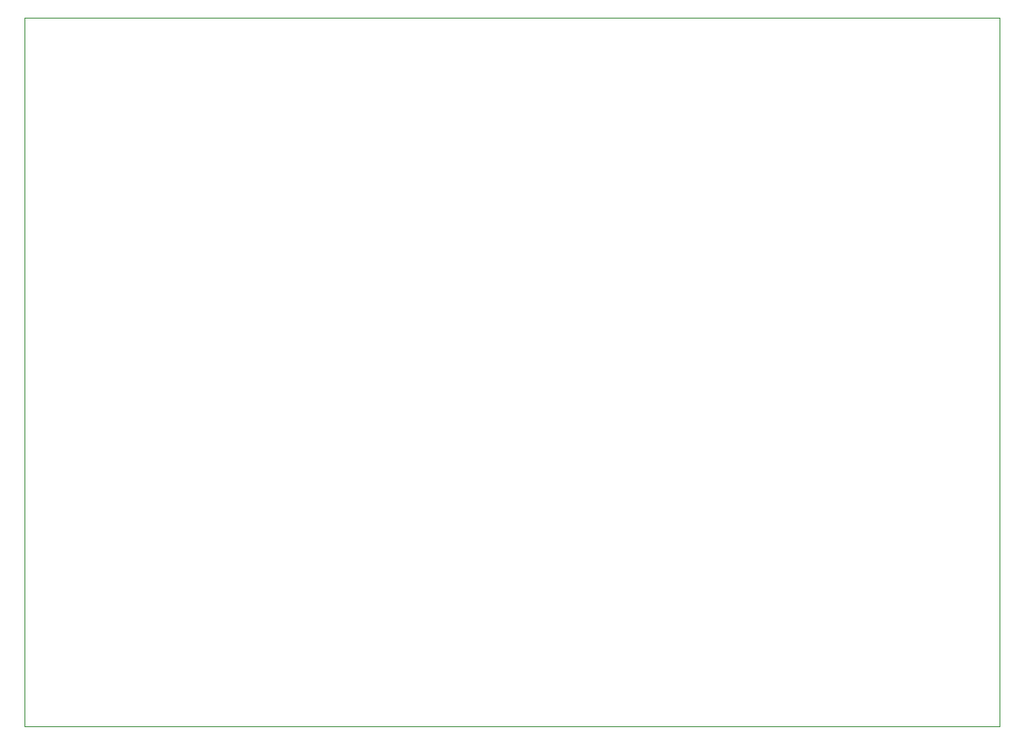
<source format=gbr>
%TF.GenerationSoftware,KiCad,Pcbnew,(5.1.12)-1*%
%TF.CreationDate,2022-03-07T22:11:42-06:00*%
%TF.ProjectId,PoE_Stepper_Driver,506f455f-5374-4657-9070-65725f447269,rev?*%
%TF.SameCoordinates,Original*%
%TF.FileFunction,Profile,NP*%
%FSLAX46Y46*%
G04 Gerber Fmt 4.6, Leading zero omitted, Abs format (unit mm)*
G04 Created by KiCad (PCBNEW (5.1.12)-1) date 2022-03-07 22:11:42*
%MOMM*%
%LPD*%
G01*
G04 APERTURE LIST*
%TA.AperFunction,Profile*%
%ADD10C,0.050000*%
%TD*%
G04 APERTURE END LIST*
D10*
X93726000Y-128905000D02*
X191516000Y-128905000D01*
X191516000Y-128905000D02*
X191516000Y-57785000D01*
X93726000Y-128905000D02*
X93726000Y-57785000D01*
X93726000Y-57785000D02*
X191516000Y-57785000D01*
M02*

</source>
